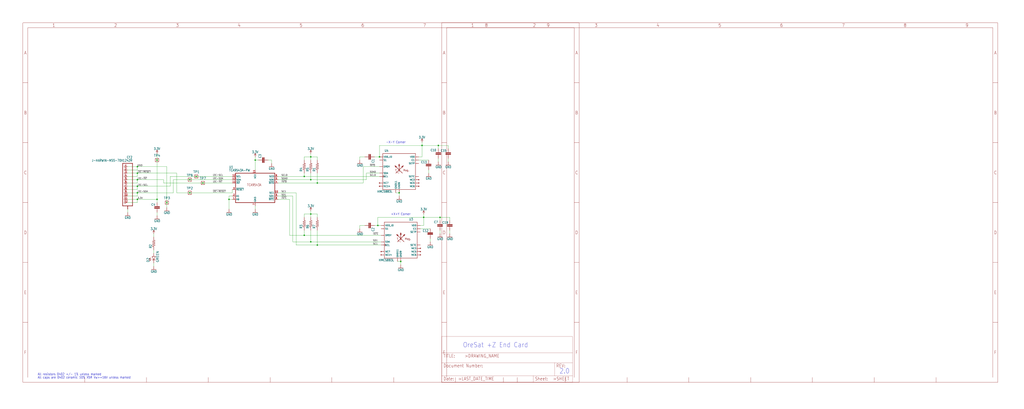
<source format=kicad_sch>
(kicad_sch (version 20211123) (generator eeschema)
  (paper "User" 795.02 317.906)
  (lib_symbols
    (symbol "minusz-end-cap-eagle-import:3.3V" (power)
      (property "Value" "3.3V" (at 0 2.794 0))
      (symbol "3.3V_1_0"
        (polyline (pts (xy 0 2.54) (xy -0.762 1.27)) (stroke (width 0.254)))
        (polyline (pts (xy 0.762 1.27) (xy 0 2.54)) (stroke (width 0.254)))
        (pin power_in line (at 0 0 90) (length 2.54) (name "3.3V") (number "1"))
      )
    )
    (symbol "minusz-end-cap-eagle-import:C-EU0402-B-NOSILK"
      (property "Reference" "C" (at 1.524 0.381 0))
      (property "Value" "C-EU0402-B-NOSILK" (at 1.524 -4.699 0))
      (symbol "C-EU0402-B-NOSILK_1_0"
        (rectangle (start -2.032 -2.032) (end 2.032 -1.524) (fill (type outline)))
        (rectangle (start -2.032 -1.016) (end 2.032 -0.508) (fill (type outline)))
        (polyline (pts (xy 0 -2.54) (xy 0 -2.032)) (stroke (width 0.1524)))
        (polyline (pts (xy 0 0) (xy 0 -0.508)) (stroke (width 0.1524)))
        (pin passive line (at 0 2.54 270) (length 2.54) (name "1") (number "1"))
        (pin passive line (at 0 -5.08 90) (length 2.54) (name "2") (number "2"))
      )
    )
    (symbol "minusz-end-cap-eagle-import:C-EU0603-B-NOSILK"
      (property "Reference" "C" (at 1.524 0.381 0))
      (property "Value" "C-EU0603-B-NOSILK" (at 1.524 -4.699 0))
      (symbol "C-EU0603-B-NOSILK_1_0"
        (rectangle (start -2.032 -2.032) (end 2.032 -1.524) (fill (type outline)))
        (rectangle (start -2.032 -1.016) (end 2.032 -0.508) (fill (type outline)))
        (polyline (pts (xy 0 -2.54) (xy 0 -2.032)) (stroke (width 0.1524)))
        (polyline (pts (xy 0 0) (xy 0 -0.508)) (stroke (width 0.1524)))
        (pin passive line (at 0 2.54 270) (length 2.54) (name "1") (number "1"))
        (pin passive line (at 0 -5.08 90) (length 2.54) (name "2") (number "2"))
      )
    )
    (symbol "minusz-end-cap-eagle-import:FRAME_B_L"
      (symbol "FRAME_B_L_0_0"
        (polyline (pts (xy 0 46.5667) (xy 3.81 46.5667)))
        (polyline (pts (xy 0 93.1333) (xy 3.81 93.1333)))
        (polyline (pts (xy 0 139.7) (xy 3.81 139.7)))
        (polyline (pts (xy 0 186.2667) (xy 3.81 186.2667)))
        (polyline (pts (xy 0 232.8333) (xy 3.81 232.8333)))
        (polyline (pts (xy 3.81 3.81) (xy 3.81 275.59)))
        (polyline (pts (xy 47.9778 0) (xy 47.9778 3.81)))
        (polyline (pts (xy 95.9556 0) (xy 95.9556 3.81)))
        (polyline (pts (xy 143.9333 0) (xy 143.9333 3.81)))
        (polyline (pts (xy 191.9111 0) (xy 191.9111 3.81)))
        (polyline (pts (xy 239.8889 0) (xy 239.8889 3.81)))
        (polyline (pts (xy 287.8667 0) (xy 287.8667 3.81)))
        (polyline (pts (xy 335.8444 0) (xy 335.8444 3.81)))
        (polyline (pts (xy 383.8222 0) (xy 383.8222 3.81)))
        (polyline (pts (xy 427.99 3.81) (xy 427.99 275.59)))
        (polyline (pts (xy 427.99 46.5667) (xy 431.8 46.5667)))
        (polyline (pts (xy 427.99 93.1333) (xy 431.8 93.1333)))
        (polyline (pts (xy 427.99 139.7) (xy 431.8 139.7)))
        (polyline (pts (xy 427.99 186.2667) (xy 431.8 186.2667)))
        (polyline (pts (xy 427.99 232.8333) (xy 431.8 232.8333)))
        (polyline (pts (xy 427.99 275.59) (xy 3.81 275.59)))
        (polyline (pts (xy 0 0) (xy 431.8 0) (xy 431.8 279.4) (xy 0 279.4) (xy 0 0)))
        (text "1" (at 23.9889 277.495 0) (effects (font (size 2.54 2.286))))
        (text "2" (at 71.9667 277.495 0) (effects (font (size 2.54 2.286))))
        (text "3" (at 119.9444 277.495 0) (effects (font (size 2.54 2.286))))
        (text "4" (at 167.9222 277.495 0) (effects (font (size 2.54 2.286))))
        (text "5" (at 215.9 277.495 0) (effects (font (size 2.54 2.286))))
        (text "6" (at 263.8778 277.495 0) (effects (font (size 2.54 2.286))))
        (text "7" (at 311.8556 277.495 0) (effects (font (size 2.54 2.286))))
        (text "8" (at 359.8333 277.495 0) (effects (font (size 2.54 2.286))))
        (text "9" (at 407.8111 277.495 0) (effects (font (size 2.54 2.286))))
        (text "A" (at 1.905 256.1167 0) (effects (font (size 2.54 2.286))))
        (text "A" (at 429.895 256.1167 0) (effects (font (size 2.54 2.286))))
        (text "B" (at 1.905 209.55 0) (effects (font (size 2.54 2.286))))
        (text "B" (at 429.895 209.55 0) (effects (font (size 2.54 2.286))))
        (text "C" (at 1.905 162.9833 0) (effects (font (size 2.54 2.286))))
        (text "C" (at 429.895 162.9833 0) (effects (font (size 2.54 2.286))))
        (text "D" (at 1.905 116.4167 0) (effects (font (size 2.54 2.286))))
        (text "D" (at 429.895 116.4167 0) (effects (font (size 2.54 2.286))))
        (text "E" (at 1.905 69.85 0) (effects (font (size 2.54 2.286))))
        (text "E" (at 429.895 69.85 0) (effects (font (size 2.54 2.286))))
        (text "F" (at 1.905 23.2833 0) (effects (font (size 2.54 2.286))))
        (text "F" (at 429.895 23.2833 0) (effects (font (size 2.54 2.286))))
      )
      (symbol "FRAME_B_L_2_0"
        (polyline (pts (xy 0 0) (xy 0 5.08)) (stroke (width 0.1016)))
        (polyline (pts (xy 0 0) (xy 71.12 0)) (stroke (width 0.1016)))
        (polyline (pts (xy 0 5.08) (xy 0 15.24)) (stroke (width 0.1016)))
        (polyline (pts (xy 0 5.08) (xy 71.12 5.08)) (stroke (width 0.1016)))
        (polyline (pts (xy 0 15.24) (xy 0 22.86)) (stroke (width 0.1016)))
        (polyline (pts (xy 0 22.86) (xy 0 35.56)) (stroke (width 0.1016)))
        (polyline (pts (xy 0 22.86) (xy 101.6 22.86)) (stroke (width 0.1016)))
        (polyline (pts (xy 71.12 0) (xy 101.6 0)) (stroke (width 0.1016)))
        (polyline (pts (xy 71.12 5.08) (xy 71.12 0)) (stroke (width 0.1016)))
        (polyline (pts (xy 71.12 5.08) (xy 87.63 5.08)) (stroke (width 0.1016)))
        (polyline (pts (xy 87.63 5.08) (xy 101.6 5.08)) (stroke (width 0.1016)))
        (polyline (pts (xy 87.63 15.24) (xy 0 15.24)) (stroke (width 0.1016)))
        (polyline (pts (xy 87.63 15.24) (xy 87.63 5.08)) (stroke (width 0.1016)))
        (polyline (pts (xy 101.6 5.08) (xy 101.6 0)) (stroke (width 0.1016)))
        (polyline (pts (xy 101.6 15.24) (xy 87.63 15.24)) (stroke (width 0.1016)))
        (polyline (pts (xy 101.6 15.24) (xy 101.6 5.08)) (stroke (width 0.1016)))
        (polyline (pts (xy 101.6 22.86) (xy 101.6 15.24)) (stroke (width 0.1016)))
        (polyline (pts (xy 101.6 35.56) (xy 0 35.56)) (stroke (width 0.1016)))
        (polyline (pts (xy 101.6 35.56) (xy 101.6 22.86)) (stroke (width 0.1016)))
        (text ">DRAWING_NAME" (at 17.78 19.05 0) (effects (font (size 2.54 2.159)) (justify left bottom)))
        (text ">LAST_DATE_TIME" (at 12.7 1.27 0) (effects (font (size 2.54 2.159)) (justify left bottom)))
        (text ">SHEET" (at 86.36 1.27 0) (effects (font (size 2.54 2.159)) (justify left bottom)))
        (text "Date:" (at 1.27 1.27 0) (effects (font (size 2.54 2.159)) (justify left bottom)))
        (text "Document Number:" (at 1.27 11.43 0) (effects (font (size 2.54 2.159)) (justify left bottom)))
        (text "REV:" (at 88.9 11.43 0) (effects (font (size 2.54 2.159)) (justify left bottom)))
        (text "Sheet:" (at 72.39 1.27 0) (effects (font (size 2.54 2.159)) (justify left bottom)))
        (text "TITLE:" (at 1.27 19.05 0) (effects (font (size 2.54 2.159)) (justify left bottom)))
      )
    )
    (symbol "minusz-end-cap-eagle-import:GND" (power)
      (property "Value" "GND" (at -2.54 -2.54 0))
      (symbol "GND_1_0"
        (polyline (pts (xy -1.905 0) (xy 1.905 0)) (stroke (width 0.254)))
        (pin power_in line (at 0 2.54 270) (length 2.54) (name "GND") (number "1"))
      )
    )
    (symbol "minusz-end-cap-eagle-import:HMC5883L-LGA-16"
      (property "Reference" "U" (at -6.35 19.05 0))
      (property "Value" "HMC5883L-LGA-16" (at 5.08 -12.7 0))
      (symbol "HMC5883L-LGA-16_1_0"
        (polyline (pts (xy -12.7 -10.16) (xy 12.7 -10.16)) (stroke (width 0.254)))
        (polyline (pts (xy -12.7 17.78) (xy -12.7 -10.16)) (stroke (width 0.254)))
        (polyline (pts (xy -3.175 8.255) (xy -2.54 6.985)) (stroke (width 0.3048)))
        (polyline (pts (xy -3.175 8.255) (xy 2.54 2.54)) (stroke (width 0.3048)))
        (polyline (pts (xy -2.54 2.54) (xy 3.175 8.255)) (stroke (width 0.3048)))
        (polyline (pts (xy -1.905 7.62) (xy -3.175 8.255)) (stroke (width 0.3048)))
        (polyline (pts (xy 0 3.81) (xy 0 9.525)) (stroke (width 0.3048)))
        (polyline (pts (xy 0 9.525) (xy -0.508 8.128)) (stroke (width 0.3048)))
        (polyline (pts (xy 0 9.525) (xy 0.508 8.128)) (stroke (width 0.3048)))
        (polyline (pts (xy 2.54 5.08) (xy 2.0828 5.7658)) (stroke (width 0.1524)))
        (polyline (pts (xy 2.54 5.08) (xy 2.8194 5.8674)) (stroke (width 0.1524)))
        (polyline (pts (xy 3.175 8.255) (xy 1.905 7.62)) (stroke (width 0.3048)))
        (polyline (pts (xy 3.175 8.255) (xy 2.54 6.985)) (stroke (width 0.3048)))
        (polyline (pts (xy 12.7 -10.16) (xy 12.7 17.78)) (stroke (width 0.254)))
        (polyline (pts (xy 12.7 17.78) (xy -12.7 17.78)) (stroke (width 0.254)))
        (arc (start 0 2.54) (mid 1.7961 3.2839) (end 2.54 5.08) (stroke (width 0.1524)))
        (text "Mag." (at -3.175 5.715 0) (effects (font (size 1.524 1.2954)) (justify right top)))
        (pin input clock (at 15.24 0 180) (length 2.54) (name "SCL") (number "1"))
        (pin passive line (at -15.24 12.7 0) (length 2.54) (name "C1") (number "10"))
        (pin power_in line (at 2.54 -12.7 90) (length 2.54) (name "GND11") (number "11"))
        (pin output line (at -15.24 0 0) (length 2.54) (name "SETC") (number "12"))
        (pin power_in line (at 15.24 15.24 180) (length 2.54) (name "VDD_IO") (number "13"))
        (pin no_connect line (at 15.24 -7.62 180) (length 2.54) (name "NC14") (number "14"))
        (pin output line (at 15.24 7.62 180) (length 2.54) (name "DRDY") (number "15"))
        (pin bidirectional line (at 15.24 2.54 180) (length 2.54) (name "SDA") (number "16"))
        (pin power_in line (at -15.24 15.24 0) (length 2.54) (name "VDD") (number "2"))
        (pin no_connect line (at -15.24 -2.54 0) (length 2.54) (name "NC3") (number "3"))
        (pin input line (at 15.24 12.7 180) (length 2.54) (name "S1") (number "4"))
        (pin no_connect line (at -15.24 -5.08 0) (length 2.54) (name "NC5") (number "5"))
        (pin no_connect line (at -15.24 -7.62 0) (length 2.54) (name "NC6") (number "6"))
        (pin no_connect line (at 15.24 -5.08 180) (length 2.54) (name "NC7") (number "7"))
        (pin passive line (at -15.24 10.16 0) (length 2.54) (name "SETP") (number "8"))
        (pin power_in line (at 0 -12.7 90) (length 2.54) (name "GND9") (number "9"))
      )
    )
    (symbol "minusz-end-cap-eagle-import:J-HARWIN-M55-70X1242R"
      (property "Reference" "CF" (at -6.35 19.05 0))
      (property "Value" "J-HARWIN-M55-70X1242R" (at -6.35 16.51 0))
      (symbol "J-HARWIN-M55-70X1242R_1_0"
        (polyline (pts (xy -6.35 -17.78) (xy 1.27 -17.78)) (stroke (width 0.4064)))
        (polyline (pts (xy -6.35 15.24) (xy -6.35 -17.78)) (stroke (width 0.4064)))
        (polyline (pts (xy 1.27 -17.78) (xy 1.27 15.24)) (stroke (width 0.4064)))
        (polyline (pts (xy 1.27 15.24) (xy -6.35 15.24)) (stroke (width 0.4064)))
        (pin passive inverted (at -2.54 12.7 0) (length 2.54) (name "1") (number "1"))
        (pin passive inverted (at -2.54 -10.16 0) (length 2.54) (name "10") (number "10"))
        (pin passive inverted (at -2.54 -12.7 0) (length 2.54) (name "11") (number "11"))
        (pin passive inverted (at -2.54 -15.24 0) (length 2.54) (name "12") (number "12"))
        (pin passive inverted (at -2.54 10.16 0) (length 2.54) (name "2") (number "2"))
        (pin passive inverted (at -2.54 7.62 0) (length 2.54) (name "3") (number "3"))
        (pin passive inverted (at -2.54 5.08 0) (length 2.54) (name "4") (number "4"))
        (pin passive inverted (at -2.54 2.54 0) (length 2.54) (name "5") (number "5"))
        (pin passive inverted (at -2.54 0 0) (length 2.54) (name "6") (number "6"))
        (pin passive inverted (at -2.54 -2.54 0) (length 2.54) (name "7") (number "7"))
        (pin passive inverted (at -2.54 -5.08 0) (length 2.54) (name "8") (number "8"))
        (pin passive inverted (at -2.54 -7.62 0) (length 2.54) (name "9") (number "9"))
        (pin passive line (at -2.54 -20.32 90) (length 2.54) (name "SHIELDS") (number "P$1"))
        (pin passive line (at -2.54 -20.32 90) (length 2.54) (name "SHIELDS") (number "P$2"))
        (pin passive line (at -2.54 -20.32 90) (length 2.54) (name "SHIELDS") (number "P$3"))
        (pin passive line (at -2.54 -20.32 90) (length 2.54) (name "SHIELDS") (number "P$4"))
      )
    )
    (symbol "minusz-end-cap-eagle-import:LED-GREEN0603"
      (property "Reference" "D" (at -3.429 -4.572 90))
      (property "Value" "LED-GREEN0603" (at 1.905 -4.572 90))
      (symbol "LED-GREEN0603_1_0"
        (polyline (pts (xy -2.032 -0.762) (xy -3.429 -2.159)) (stroke (width 0.1524)))
        (polyline (pts (xy -1.905 -1.905) (xy -3.302 -3.302)) (stroke (width 0.1524)))
        (polyline (pts (xy 0 -2.54) (xy -1.27 -2.54)) (stroke (width 0.254)))
        (polyline (pts (xy 0 -2.54) (xy -1.27 0)) (stroke (width 0.254)))
        (polyline (pts (xy 1.27 -2.54) (xy 0 -2.54)) (stroke (width 0.254)))
        (polyline (pts (xy 1.27 0) (xy -1.27 0)) (stroke (width 0.254)))
        (polyline (pts (xy 1.27 0) (xy 0 -2.54)) (stroke (width 0.254)))
        (polyline (pts (xy -3.429 -2.159) (xy -3.048 -1.27) (xy -2.54 -1.778)) (fill (type outline)))
        (polyline (pts (xy -3.302 -3.302) (xy -2.921 -2.413) (xy -2.413 -2.921)) (fill (type outline)))
        (pin passive line (at 0 2.54 270) (length 2.54) (name "A") (number "A"))
        (pin passive line (at 0 -5.08 90) (length 2.54) (name "C") (number "C"))
      )
    )
    (symbol "minusz-end-cap-eagle-import:R-US_0402-B-NOSILK"
      (property "Reference" "R" (at -3.81 1.4986 0))
      (property "Value" "R-US_0402-B-NOSILK" (at -3.81 -3.302 0))
      (symbol "R-US_0402-B-NOSILK_1_0"
        (polyline (pts (xy -2.54 0) (xy -2.159 1.016)) (stroke (width 0.2032)))
        (polyline (pts (xy -2.159 1.016) (xy -1.524 -1.016)) (stroke (width 0.2032)))
        (polyline (pts (xy -1.524 -1.016) (xy -0.889 1.016)) (stroke (width 0.2032)))
        (polyline (pts (xy -0.889 1.016) (xy -0.254 -1.016)) (stroke (width 0.2032)))
        (polyline (pts (xy -0.254 -1.016) (xy 0.381 1.016)) (stroke (width 0.2032)))
        (polyline (pts (xy 0.381 1.016) (xy 1.016 -1.016)) (stroke (width 0.2032)))
        (polyline (pts (xy 1.016 -1.016) (xy 1.651 1.016)) (stroke (width 0.2032)))
        (polyline (pts (xy 1.651 1.016) (xy 2.286 -1.016)) (stroke (width 0.2032)))
        (polyline (pts (xy 2.286 -1.016) (xy 2.54 0)) (stroke (width 0.2032)))
        (pin passive line (at -5.08 0 0) (length 2.54) (name "1") (number "1"))
        (pin passive line (at 5.08 0 180) (length 2.54) (name "2") (number "2"))
      )
    )
    (symbol "minusz-end-cap-eagle-import:TCA9543A-PW"
      (property "Reference" "U" (at 7.62 -15.24 0))
      (property "Value" "TCA9543A-PW" (at 7.62 -17.78 0))
      (symbol "TCA9543A-PW_1_0"
        (polyline (pts (xy -15.24 -12.7) (xy -15.24 10.16)) (stroke (width 0.4064)))
        (polyline (pts (xy -15.24 10.16) (xy 15.24 10.16)) (stroke (width 0.4064)))
        (polyline (pts (xy 15.24 -12.7) (xy -15.24 -12.7)) (stroke (width 0.4064)))
        (polyline (pts (xy 15.24 10.16) (xy 15.24 -12.7)) (stroke (width 0.4064)))
        (text "TCA9543A" (at -6.35 0 0) (effects (font (size 1.778 1.5113)) (justify left bottom)))
        (pin input line (at -17.78 -10.16 0) (length 2.54) (name "A0") (number "1"))
        (pin output line (at 17.78 -5.08 180) (length 2.54) (name "SC1") (number "10"))
        (pin open_collector line (at -17.78 2.54 0) (length 2.54) (name "~{INT}") (number "11"))
        (pin input line (at -17.78 7.62 0) (length 2.54) (name "SCL") (number "12"))
        (pin bidirectional line (at -17.78 5.08 0) (length 2.54) (name "SDA") (number "13"))
        (pin power_in line (at 0 12.7 270) (length 2.54) (name "VCC") (number "14"))
        (pin input line (at -17.78 -7.62 0) (length 2.54) (name "A1") (number "2"))
        (pin input line (at -17.78 -2.54 0) (length 2.54) (name "~{RESET}") (number "3"))
        (pin input line (at 17.78 2.54 180) (length 2.54) (name "~{INT0}") (number "4"))
        (pin bidirectional line (at 17.78 5.08 180) (length 2.54) (name "SD0") (number "5"))
        (pin output line (at 17.78 7.62 180) (length 2.54) (name "SC0") (number "6"))
        (pin power_in line (at 0 -15.24 90) (length 2.54) (name "GND") (number "7"))
        (pin input line (at 17.78 -10.16 180) (length 2.54) (name "~{INT1}") (number "8"))
        (pin bidirectional line (at 17.78 -7.62 180) (length 2.54) (name "SD1") (number "9"))
      )
    )
    (symbol "minusz-end-cap-eagle-import:TEST-POINT"
      (property "Reference" "TP" (at -5.08 2.54 0))
      (symbol "TEST-POINT_1_0"
        (polyline (pts (xy -1.27 -1.27) (xy -1.27 1.27)) (stroke (width 0.254)))
        (polyline (pts (xy -1.27 1.27) (xy 1.27 1.27)) (stroke (width 0.254)))
        (polyline (pts (xy 1.27 -1.27) (xy -1.27 -1.27)) (stroke (width 0.254)))
        (polyline (pts (xy 1.27 1.27) (xy 1.27 -1.27)) (stroke (width 0.254)))
        (pin passive line (at 0 0 0) (length 0) (name "1") (number "1"))
      )
    )
  )
  (junction (at 309.88 149.86))
  (junction (at 157.48 142.24))
  (junction (at 246.38 190.5))
  (junction (at 236.22 182.88))
  (junction (at 106.68 129.54))
  (junction (at 293.37 175.26))
  (junction (at 246.38 142.24))
  (junction (at 328.93 168.91))
  (junction (at 294.64 121.92))
  (junction (at 236.22 137.16))
  (junction (at 106.68 134.62))
  (junction (at 241.3 139.7))
  (junction (at 241.3 187.96))
  (junction (at 121.92 124.46))
  (junction (at 340.36 113.03))
  (junction (at 152.4 137.16))
  (junction (at 106.68 144.78))
  (junction (at 147.32 149.86))
  (junction (at 177.8 154.94))
  (junction (at 121.92 154.94))
  (junction (at 198.12 124.46))
  (junction (at 341.63 168.91))
  (junction (at 106.68 154.94))
  (junction (at 311.15 203.2))
  (junction (at 327.66 113.03))
  (junction (at 147.32 139.7))
  (junction (at 129.54 157.48))
  (junction (at 241.3 166.37))
  (junction (at 106.68 149.86))
  (junction (at 241.3 121.92))
  (junction (at 106.68 139.7))
  (wire (pts (xy 294.64 134.62) (xy 284.48 134.62)))
  (wire (pts (xy 119.38 181.61) (xy 119.38 184.15)))
  (wire (pts (xy 332.74 124.46) (xy 325.12 124.46)))
  (wire (pts (xy 295.91 175.26) (xy 293.37 175.26)))
  (wire (pts (xy 106.68 129.54) (xy 129.54 129.54)))
  (wire (pts (xy 147.32 139.7) (xy 134.62 139.7)))
  (wire (pts (xy 295.91 182.88) (xy 236.22 182.88)))
  (wire (pts (xy 327.66 113.03) (xy 327.66 110.49)))
  (wire (pts (xy 246.38 142.24) (xy 281.94 142.24)))
  (wire (pts (xy 106.68 134.62) (xy 137.16 134.62)))
  (wire (pts (xy 127 139.7) (xy 127 142.24)))
  (wire (pts (xy 106.68 144.78) (xy 106.68 147.32)))
  (wire (pts (xy 294.64 113.03) (xy 327.66 113.03)))
  (wire (pts (xy 132.08 144.78) (xy 106.68 144.78)))
  (wire (pts (xy 227.33 187.96) (xy 227.33 152.4)))
  (wire (pts (xy 180.34 139.7) (xy 147.32 139.7)))
  (wire (pts (xy 311.15 205.74) (xy 311.15 203.2)))
  (wire (pts (xy 349.25 179.07) (xy 349.25 181.61)))
  (wire (pts (xy 134.62 149.86) (xy 106.68 149.86)))
  (wire (pts (xy 349.25 168.91) (xy 349.25 171.45)))
  (wire (pts (xy 121.92 154.94) (xy 121.92 124.46)))
  (wire (pts (xy 236.22 182.88) (xy 224.79 182.88)))
  (wire (pts (xy 106.68 152.4) (xy 99.06 152.4)))
  (wire (pts (xy 241.3 166.37) (xy 246.38 166.37)))
  (wire (pts (xy 281.94 129.54) (xy 281.94 142.24)))
  (wire (pts (xy 180.34 149.86) (xy 147.32 149.86)))
  (wire (pts (xy 328.93 168.91) (xy 328.93 175.26)))
  (wire (pts (xy 99.06 149.86) (xy 106.68 149.86)))
  (wire (pts (xy 295.91 190.5) (xy 246.38 190.5)))
  (wire (pts (xy 198.12 124.46) (xy 198.12 132.08)))
  (wire (pts (xy 227.33 152.4) (xy 215.9 152.4)))
  (wire (pts (xy 224.79 154.94) (xy 215.9 154.94)))
  (wire (pts (xy 134.62 139.7) (xy 134.62 149.86)))
  (wire (pts (xy 210.82 124.46) (xy 210.82 127)))
  (wire (pts (xy 106.68 154.94) (xy 121.92 154.94)))
  (wire (pts (xy 106.68 149.86) (xy 106.68 152.4)))
  (wire (pts (xy 132.08 137.16) (xy 132.08 144.78)))
  (wire (pts (xy 129.54 157.48) (xy 129.54 161.29)))
  (wire (pts (xy 200.66 124.46) (xy 198.12 124.46)))
  (wire (pts (xy 177.8 152.4) (xy 180.34 152.4)))
  (wire (pts (xy 341.63 168.91) (xy 341.63 171.45)))
  (wire (pts (xy 198.12 121.92) (xy 198.12 124.46)))
  (wire (pts (xy 327.66 113.03) (xy 340.36 113.03)))
  (wire (pts (xy 229.87 190.5) (xy 229.87 149.86)))
  (wire (pts (xy 121.92 124.46) (xy 121.92 119.38)))
  (wire (pts (xy 311.15 203.2) (xy 308.61 203.2)))
  (wire (pts (xy 340.36 123.19) (xy 340.36 125.73)))
  (wire (pts (xy 106.68 129.54) (xy 106.68 132.08)))
  (wire (pts (xy 341.63 181.61) (xy 341.63 179.07)))
  (wire (pts (xy 106.68 134.62) (xy 106.68 137.16)))
  (wire (pts (xy 328.93 166.37) (xy 328.93 168.91)))
  (wire (pts (xy 99.06 144.78) (xy 106.68 144.78)))
  (wire (pts (xy 241.3 121.92) (xy 241.3 124.46)))
  (wire (pts (xy 180.34 154.94) (xy 177.8 154.94)))
  (wire (pts (xy 152.4 137.16) (xy 132.08 137.16)))
  (wire (pts (xy 177.8 154.94) (xy 177.8 152.4)))
  (wire (pts (xy 246.38 190.5) (xy 229.87 190.5)))
  (wire (pts (xy 177.8 162.56) (xy 177.8 154.94)))
  (wire (pts (xy 106.68 142.24) (xy 99.06 142.24)))
  (wire (pts (xy 180.34 142.24) (xy 157.48 142.24)))
  (wire (pts (xy 246.38 134.62) (xy 246.38 142.24)))
  (wire (pts (xy 309.88 149.86) (xy 307.34 149.86)))
  (wire (pts (xy 325.12 121.92) (xy 327.66 121.92)))
  (wire (pts (xy 106.68 137.16) (xy 99.06 137.16)))
  (wire (pts (xy 241.3 187.96) (xy 227.33 187.96)))
  (wire (pts (xy 236.22 166.37) (xy 241.3 166.37)))
  (wire (pts (xy 334.01 185.42) (xy 334.01 187.96)))
  (wire (pts (xy 327.66 121.92) (xy 327.66 113.03)))
  (wire (pts (xy 341.63 168.91) (xy 349.25 168.91)))
  (wire (pts (xy 99.06 154.94) (xy 106.68 154.94)))
  (wire (pts (xy 290.83 121.92) (xy 294.64 121.92)))
  (wire (pts (xy 215.9 142.24) (xy 246.38 142.24)))
  (wire (pts (xy 137.16 134.62) (xy 137.16 149.86)))
  (wire (pts (xy 236.22 124.46) (xy 236.22 121.92)))
  (wire (pts (xy 347.98 125.73) (xy 347.98 123.19)))
  (wire (pts (xy 246.38 179.07) (xy 246.38 190.5)))
  (wire (pts (xy 241.3 166.37) (xy 241.3 163.83)))
  (wire (pts (xy 208.28 124.46) (xy 210.82 124.46)))
  (wire (pts (xy 180.34 137.16) (xy 152.4 137.16)))
  (wire (pts (xy 241.3 166.37) (xy 241.3 168.91)))
  (wire (pts (xy 106.68 132.08) (xy 99.06 132.08)))
  (wire (pts (xy 129.54 129.54) (xy 129.54 157.48)))
  (wire (pts (xy 293.37 168.91) (xy 328.93 168.91)))
  (wire (pts (xy 119.38 204.47) (xy 119.38 207.01)))
  (wire (pts (xy 332.74 132.08) (xy 332.74 134.62)))
  (wire (pts (xy 180.34 147.32) (xy 180.34 149.86)))
  (wire (pts (xy 215.9 139.7) (xy 241.3 139.7)))
  (wire (pts (xy 279.4 121.92) (xy 283.21 121.92)))
  (wire (pts (xy 246.38 166.37) (xy 246.38 168.91)))
  (wire (pts (xy 328.93 175.26) (xy 326.39 175.26)))
  (wire (pts (xy 347.98 113.03) (xy 347.98 115.57)))
  (wire (pts (xy 106.68 139.7) (xy 106.68 142.24)))
  (wire (pts (xy 198.12 162.56) (xy 198.12 160.02)))
  (wire (pts (xy 241.3 179.07) (xy 241.3 187.96)))
  (wire (pts (xy 241.3 134.62) (xy 241.3 139.7)))
  (wire (pts (xy 121.92 165.1) (xy 121.92 167.64)))
  (wire (pts (xy 241.3 139.7) (xy 284.48 139.7)))
  (wire (pts (xy 236.22 137.16) (xy 294.64 137.16)))
  (wire (pts (xy 121.92 157.48) (xy 121.92 154.94)))
  (wire (pts (xy 236.22 121.92) (xy 241.3 121.92)))
  (wire (pts (xy 279.4 175.26) (xy 279.4 177.8)))
  (wire (pts (xy 137.16 149.86) (xy 147.32 149.86)))
  (wire (pts (xy 236.22 179.07) (xy 236.22 182.88)))
  (wire (pts (xy 284.48 139.7) (xy 284.48 134.62)))
  (wire (pts (xy 295.91 187.96) (xy 241.3 187.96)))
  (wire (pts (xy 293.37 175.26) (xy 293.37 168.91)))
  (wire (pts (xy 106.68 154.94) (xy 106.68 157.48)))
  (wire (pts (xy 241.3 121.92) (xy 241.3 119.38)))
  (wire (pts (xy 119.38 194.31) (xy 119.38 196.85)))
  (wire (pts (xy 106.68 139.7) (xy 127 139.7)))
  (wire (pts (xy 293.37 175.26) (xy 290.83 175.26)))
  (wire (pts (xy 236.22 168.91) (xy 236.22 166.37)))
  (wire (pts (xy 246.38 121.92) (xy 246.38 124.46)))
  (wire (pts (xy 127 142.24) (xy 157.48 142.24)))
  (wire (pts (xy 229.87 149.86) (xy 215.9 149.86)))
  (wire (pts (xy 99.06 134.62) (xy 106.68 134.62)))
  (wire (pts (xy 334.01 177.8) (xy 326.39 177.8)))
  (wire (pts (xy 99.06 165.1) (xy 99.06 162.56)))
  (wire (pts (xy 236.22 137.16) (xy 215.9 137.16)))
  (wire (pts (xy 340.36 113.03) (xy 340.36 115.57)))
  (wire (pts (xy 283.21 175.26) (xy 279.4 175.26)))
  (wire (pts (xy 279.4 121.92) (xy 279.4 124.46)))
  (wire (pts (xy 99.06 139.7) (xy 106.68 139.7)))
  (wire (pts (xy 236.22 134.62) (xy 236.22 137.16)))
  (wire (pts (xy 106.68 147.32) (xy 99.06 147.32)))
  (wire (pts (xy 99.06 129.54) (xy 106.68 129.54)))
  (wire (pts (xy 224.79 182.88) (xy 224.79 154.94)))
  (wire (pts (xy 241.3 121.92) (xy 246.38 121.92)))
  (wire (pts (xy 328.93 168.91) (xy 341.63 168.91)))
  (wire (pts (xy 294.64 129.54) (xy 281.94 129.54)))
  (wire (pts (xy 340.36 113.03) (xy 347.98 113.03)))
  (wire (pts (xy 309.88 149.86) (xy 309.88 152.4)))
  (wire (pts (xy 294.64 113.03) (xy 294.64 121.92)))
  (wire (pts (xy 106.68 157.48) (xy 99.06 157.48)))
  (text "All resistors 0402 +/- 1% unless marked" (at 29.21 292.1 180) (effects (font (size 1.778 1.5113)) (justify left bottom)))
  (text "OreSat +Z End Card" (at 359.41 270.51 180) (effects (font (size 3.81 3.2385)) (justify left bottom)))
  (text "2.0" (at 434.34 290.83 180) (effects (font (size 3.81 3.2385)) (justify left bottom)))
  (text "All caps are 0402 ceramic 10% X5R Vw>=16V unless marked" (at 29.21 294.64 0) (effects (font (size 1.778 1.5113)) (justify left bottom)))
  (text "+X+Y Corner" (at 318.77 167.64 180) (effects (font (size 1.778 1.5113)) (justify right bottom)))
  (text "-X-Y Corner" (at 314.96 111.76 180) (effects (font (size 1.778 1.5113)) (justify right bottom)))
  (label "I2C-~{INT}" (at 165.1 142.24 0) (effects (font (size 1.2446 1.2446))))
  (label "~{INT0}" (at 218.44 142.24 0) (effects (font (size 1.2446 1.2446))))
  (label "~{INT0}" (at 287.02 129.54 0) (effects (font (size 1.2446 1.2446))))
  (label "I2C-SCL" (at 106.68 144.78 0) (effects (font (size 1.2446 1.2446))))
  (label "SDA0" (at 287.02 134.62 0) (effects (font (size 1.2446 1.2446))))
  (label "GND" (at 106.68 129.54 0) (effects (font (size 1.2446 1.2446))))
  (label "SD1" (at 218.44 152.4 0) (effects (font (size 1.2446 1.2446))))
  (label "I2C-~{INT}" (at 106.68 139.7 0) (effects (font (size 1.2446 1.2446))))
  (label "~{INT1}" (at 289.56 182.88 0) (effects (font (size 1.2446 1.2446))))
  (label "SCL0" (at 218.44 137.16 0) (effects (font (size 1.2446 1.2446))))
  (label "SD1" (at 289.56 187.96 0) (effects (font (size 1.2446 1.2446))))
  (label "I2C-SDA" (at 165.1 139.7 0) (effects (font (size 1.2446 1.2446))))
  (label "3.3V" (at 106.68 154.94 0) (effects (font (size 1.2446 1.2446))))
  (label "SDA0" (at 218.44 139.7 0) (effects (font (size 1.2446 1.2446))))
  (label "SCL0" (at 287.02 137.16 0) (effects (font (size 1.2446 1.2446))))
  (label "SC1" (at 289.56 190.5 0) (effects (font (size 1.2446 1.2446))))
  (label "~{I2C-RESET}" (at 106.68 134.62 0) (effects (font (size 1.2446 1.2446))))
  (label "~{I2C-RESET}" (at 165.1 149.86 0) (effects (font (size 1.2446 1.2446))))
  (label "I2C-SDA" (at 106.68 149.86 0) (effects (font (size 1.2446 1.2446))))
  (label "~{INT1}" (at 218.44 154.94 0) (effects (font (size 1.2446 1.2446))))
  (label "I2C-SCL" (at 165.1 137.16 0) (effects (font (size 1.2446 1.2446))))
  (label "SC1" (at 218.44 149.86 0) (effects (font (size 1.2446 1.2446))))
  (symbol (lib_id "minusz-end-cap-eagle-import:C-EU0402-B-NOSILK") (at 340.36 118.11 0) (mirror y) (unit 1)
    (property "Reference" "C10" (at 338.836 117.729 0) (effects (font (size 1.778 1.5113)) (justify left bottom)))
    (property "Value" "100n" (at 338.836 122.809 0) (effects (font (size 1.778 1.5113)) (justify left bottom)))
    (property "Footprint" "minusz-end-cap:.0402-B-NOSILK" (effects hide))
    (property "Value" "100n" (effects hide))
    (property "Value" "100n" (effects hide))
    (property "Value" "100n" (effects hide))
    (property "Value" "100n" (effects hide))
  )
  (symbol (lib_id "minusz-end-cap-eagle-import:GND") (at 340.36 128.27 0) (mirror y) (unit 1)
    (property "Reference" "#GND20" (effects hide))
    (property "Value" "GND" (at 342.9 130.81 0) (effects (font (size 1.778 1.5113)) (justify left bottom)))
    (property "Footprint" "minusz-end-cap:" (effects hide))
  )
  (symbol (lib_id "minusz-end-cap-eagle-import:GND") (at 309.88 154.94 0) (mirror y) (unit 1)
    (property "Reference" "#GND1" (effects hide))
    (property "Value" "GND" (at 312.42 157.48 0) (effects (font (size 1.778 1.5113)) (justify left bottom)))
    (property "Footprint" "minusz-end-cap:" (effects hide))
  )
  (symbol (lib_id "minusz-end-cap-eagle-import:R-US_0402-B-NOSILK") (at 236.22 173.99 90) (unit 1)
    (property "Reference" "R3" (at 234.7214 177.8 0) (effects (font (size 1.778 1.5113)) (justify left bottom)))
    (property "Value" "4.7k" (at 234.95 172.72 0) (effects (font (size 1.778 1.5113)) (justify left bottom)))
    (property "Footprint" "minusz-end-cap:.0402-B-NOSILK" (effects hide))
    (property "Value" "4.7k" (effects hide))
    (property "Value" "4.7k" (effects hide))
    (property "Value" "4.7k" (effects hide))
    (property "Value" "4.7k" (effects hide))
  )
  (symbol (lib_id "minusz-end-cap-eagle-import:GND") (at 177.8 165.1 0) (mirror y) (unit 1)
    (property "Reference" "#GND4" (effects hide))
    (property "Value" "GND" (at 180.34 167.64 0) (effects (font (size 1.778 1.5113)) (justify left bottom)))
    (property "Footprint" "minusz-end-cap:" (effects hide))
  )
  (symbol (lib_id "minusz-end-cap-eagle-import:C-EU0603-B-NOSILK") (at 349.25 173.99 0) (mirror y) (unit 1)
    (property "Reference" "C19" (at 347.98 173.99 0) (effects (font (size 1.778 1.5113)) (justify left bottom)))
    (property "Value" "4.7u" (at 347.98 179.07 0) (effects (font (size 1.778 1.5113)) (justify left bottom)))
    (property "Footprint" "minusz-end-cap:.0603-B-NOSILK" (effects hide))
    (property "Value" "4.7u" (effects hide))
    (property "Value" "4.7u" (effects hide))
    (property "Value" "4.7u" (effects hide))
    (property "Value" "4.7u" (effects hide))
  )
  (symbol (lib_id "minusz-end-cap-eagle-import:C-EU0603-B-NOSILK") (at 347.98 118.11 0) (mirror y) (unit 1)
    (property "Reference" "C15" (at 346.71 118.11 0) (effects (font (size 1.778 1.5113)) (justify left bottom)))
    (property "Value" "4.7u" (at 346.71 123.19 0) (effects (font (size 1.778 1.5113)) (justify left bottom)))
    (property "Footprint" "minusz-end-cap:.0603-B-NOSILK" (effects hide))
    (property "Value" "4.7u" (effects hide))
    (property "Value" "4.7u" (effects hide))
    (property "Value" "4.7u" (effects hide))
    (property "Value" "4.7u" (effects hide))
  )
  (symbol (lib_id "minusz-end-cap-eagle-import:C-EU0402-B-NOSILK") (at 341.63 173.99 0) (mirror y) (unit 1)
    (property "Reference" "C7" (at 340.106 173.609 0) (effects (font (size 1.778 1.5113)) (justify left bottom)))
    (property "Value" "100n" (at 340.106 178.689 0) (effects (font (size 1.778 1.5113)) (justify left bottom)))
    (property "Footprint" "minusz-end-cap:.0402-B-NOSILK" (effects hide))
    (property "Value" "100n" (effects hide))
    (property "Value" "100n" (effects hide))
    (property "Value" "100n" (effects hide))
    (property "Value" "100n" (effects hide))
  )
  (symbol (lib_id "minusz-end-cap-eagle-import:R-US_0402-B-NOSILK") (at 241.3 129.54 90) (unit 1)
    (property "Reference" "R5" (at 239.8014 133.35 0) (effects (font (size 1.778 1.5113)) (justify left bottom)))
    (property "Value" "4.7k" (at 240.03 128.27 0) (effects (font (size 1.778 1.5113)) (justify left bottom)))
    (property "Footprint" "minusz-end-cap:.0402-B-NOSILK" (effects hide))
    (property "Value" "4.7k" (effects hide))
    (property "Value" "4.7k" (effects hide))
    (property "Value" "4.7k" (effects hide))
    (property "Value" "4.7k" (effects hide))
  )
  (symbol (lib_id "minusz-end-cap-eagle-import:GND") (at 349.25 184.15 0) (mirror y) (unit 1)
    (property "Reference" "#GND22" (effects hide))
    (property "Value" "GND" (at 351.79 186.69 0) (effects (font (size 1.778 1.5113)) (justify left bottom)))
    (property "Footprint" "minusz-end-cap:" (effects hide))
  )
  (symbol (lib_id "minusz-end-cap-eagle-import:TEST-POINT") (at 157.48 142.24 0) (mirror y) (unit 1)
    (property "Reference" "TP7" (at 154.94 139.7 0) (effects (font (size 1.778 1.778)) (justify right bottom)))
    (property "Value" "TEST-POINT" (effects hide))
    (property "Footprint" "minusz-end-cap:2MM-TEST-POINT" (effects hide))
  )
  (symbol (lib_id "minusz-end-cap-eagle-import:3.3V") (at 241.3 163.83 0) (mirror y) (unit 1)
    (property "Reference" "#SUPPLY4" (effects hide))
    (property "Value" "3.3V" (at 241.3 161.036 0) (effects (font (size 1.778 1.5113)) (justify bottom)))
    (property "Footprint" "minusz-end-cap:" (effects hide))
  )
  (symbol (lib_id "minusz-end-cap-eagle-import:HMC5883L-LGA-16") (at 311.15 190.5 0) (mirror y) (unit 1)
    (property "Reference" "U3" (at 317.5 171.45 0) (effects (font (size 1.778 1.5113)) (justify right bottom)))
    (property "Value" "HMC5883L" (at 306.07 203.2 0) (effects (font (size 1.778 1.5113)) (justify left bottom)))
    (property "Footprint" "minusz-end-cap:QLGA-16(3X3)" (effects hide))
  )
  (symbol (lib_id "minusz-end-cap-eagle-import:C-EU0402-B-NOSILK") (at 288.29 121.92 270) (unit 1)
    (property "Reference" "C1" (at 288.671 123.444 0) (effects (font (size 1.778 1.5113)) (justify left bottom)))
    (property "Value" "100n" (at 283.591 123.444 0) (effects (font (size 1.778 1.5113)) (justify left bottom)))
    (property "Footprint" "minusz-end-cap:.0402-B-NOSILK" (effects hide))
    (property "Value" "100n" (effects hide))
    (property "Value" "100n" (effects hide))
    (property "Value" "100n" (effects hide))
    (property "Value" "100n" (effects hide))
  )
  (symbol (lib_id "minusz-end-cap-eagle-import:R-US_0402-B-NOSILK") (at 236.22 129.54 90) (unit 1)
    (property "Reference" "R4" (at 234.7214 133.35 0) (effects (font (size 1.778 1.5113)) (justify left bottom)))
    (property "Value" "4.7k" (at 234.95 128.27 0) (effects (font (size 1.778 1.5113)) (justify left bottom)))
    (property "Footprint" "minusz-end-cap:.0402-B-NOSILK" (effects hide))
    (property "Value" "4.7k" (effects hide))
    (property "Value" "4.7k" (effects hide))
    (property "Value" "4.7k" (effects hide))
    (property "Value" "4.7k" (effects hide))
  )
  (symbol (lib_id "minusz-end-cap-eagle-import:LED-GREEN0603") (at 119.38 199.39 0) (unit 1)
    (property "Reference" "D2" (at 115.951 203.962 90) (effects (font (size 1.778 1.778)) (justify left bottom)))
    (property "Value" "GREEN" (at 121.285 203.962 90) (effects (font (size 1.778 1.778)) (justify left top)))
    (property "Footprint" "minusz-end-cap:LED-0603" (effects hide))
  )
  (symbol (lib_id "minusz-end-cap-eagle-import:GND") (at 279.4 180.34 0) (mirror y) (unit 1)
    (property "Reference" "#GND10" (effects hide))
    (property "Value" "GND" (at 281.94 182.88 0) (effects (font (size 1.778 1.5113)) (justify left bottom)))
    (property "Footprint" "minusz-end-cap:" (effects hide))
  )
  (symbol (lib_id "minusz-end-cap-eagle-import:R-US_0402-B-NOSILK") (at 119.38 189.23 90) (unit 1)
    (property "Reference" "R2" (at 117.8814 193.04 0) (effects (font (size 1.778 1.5113)) (justify left bottom)))
    (property "Value" "2.7k" (at 122.682 193.04 0) (effects (font (size 1.778 1.5113)) (justify left bottom)))
    (property "Footprint" "minusz-end-cap:.0402-B-NOSILK" (effects hide))
    (property "Value" "2.7k" (effects hide))
    (property "Value" "2.7k" (effects hide))
    (property "Value" "2.7k" (effects hide))
    (property "Value" "2.7k" (effects hide))
  )
  (symbol (lib_id "minusz-end-cap-eagle-import:GND") (at 119.38 209.55 0) (mirror y) (unit 1)
    (property "Reference" "#GND8" (effects hide))
    (property "Value" "GND" (at 121.92 212.09 0) (effects (font (size 1.778 1.5113)) (justify left bottom)))
    (property "Footprint" "minusz-end-cap:" (effects hide))
  )
  (symbol (lib_id "minusz-end-cap-eagle-import:GND") (at 311.15 208.28 0) (mirror y) (unit 1)
    (property "Reference" "#GND2" (effects hide))
    (property "Value" "GND" (at 313.69 210.82 0) (effects (font (size 1.778 1.5113)) (justify left bottom)))
    (property "Footprint" "minusz-end-cap:" (effects hide))
  )
  (symbol (lib_id "minusz-end-cap-eagle-import:C-EU0603-B-NOSILK") (at 332.74 127 0) (mirror y) (unit 1)
    (property "Reference" "C13" (at 331.47 127 0) (effects (font (size 1.778 1.5113)) (justify left bottom)))
    (property "Value" "10u" (at 331.47 132.08 0) (effects (font (size 1.778 1.5113)) (justify left bottom)))
    (property "Footprint" "minusz-end-cap:.0603-B-NOSILK" (effects hide))
    (property "Value" "10u" (effects hide))
    (property "Value" "10u" (effects hide))
    (property "Value" "10u" (effects hide))
    (property "Value" "10u" (effects hide))
  )
  (symbol (lib_id "minusz-end-cap-eagle-import:GND") (at 341.63 184.15 0) (mirror y) (unit 1)
    (property "Reference" "#GND14" (effects hide))
    (property "Value" "GND" (at 344.17 186.69 0) (effects (font (size 1.778 1.5113)) (justify left bottom)))
    (property "Footprint" "minusz-end-cap:" (effects hide))
  )
  (symbol (lib_id "minusz-end-cap-eagle-import:GND") (at 99.06 167.64 0) (mirror y) (unit 1)
    (property "Reference" "#GND24" (effects hide))
    (property "Value" "GND" (at 101.6 170.18 0) (effects (font (size 1.778 1.5113)) (justify left bottom)))
    (property "Footprint" "minusz-end-cap:" (effects hide))
  )
  (symbol (lib_id "minusz-end-cap-eagle-import:TEST-POINT") (at 147.32 139.7 0) (mirror y) (unit 1)
    (property "Reference" "TP6" (at 144.78 137.16 0) (effects (font (size 1.778 1.778)) (justify right bottom)))
    (property "Value" "TEST-POINT" (effects hide))
    (property "Footprint" "minusz-end-cap:2MM-TEST-POINT" (effects hide))
  )
  (symbol (lib_id "minusz-end-cap-eagle-import:TEST-POINT") (at 121.92 124.46 0) (mirror y) (unit 1)
    (property "Reference" "TP4" (at 119.38 121.92 0) (effects (font (size 1.778 1.778)) (justify right bottom)))
    (property "Value" "TEST-POINT" (effects hide))
    (property "Footprint" "minusz-end-cap:2MM-TEST-POINT" (effects hide))
  )
  (symbol (lib_id "minusz-end-cap-eagle-import:C-EU0402-B-NOSILK") (at 288.29 175.26 270) (unit 1)
    (property "Reference" "C2" (at 288.671 176.784 0) (effects (font (size 1.778 1.5113)) (justify left bottom)))
    (property "Value" "100n" (at 283.591 176.784 0) (effects (font (size 1.778 1.5113)) (justify left bottom)))
    (property "Footprint" "minusz-end-cap:.0402-B-NOSILK" (effects hide))
    (property "Value" "100n" (effects hide))
    (property "Value" "100n" (effects hide))
    (property "Value" "100n" (effects hide))
    (property "Value" "100n" (effects hide))
  )
  (symbol (lib_id "minusz-end-cap-eagle-import:3.3V") (at 241.3 119.38 0) (mirror y) (unit 1)
    (property "Reference" "#SUPPLY5" (effects hide))
    (property "Value" "3.3V" (at 241.3 116.586 0) (effects (font (size 1.778 1.5113)) (justify bottom)))
    (property "Footprint" "minusz-end-cap:" (effects hide))
  )
  (symbol (lib_id "minusz-end-cap-eagle-import:GND") (at 121.92 170.18 0) (mirror y) (unit 1)
    (property "Reference" "#GND9" (effects hide))
    (property "Value" "GND" (at 124.46 172.72 0) (effects (font (size 1.778 1.5113)) (justify left bottom)))
    (property "Footprint" "minusz-end-cap:" (effects hide))
  )
  (symbol (lib_id "minusz-end-cap-eagle-import:3.3V") (at 198.12 121.92 0) (mirror y) (unit 1)
    (property "Reference" "#SUPPLY1" (effects hide))
    (property "Value" "3.3V" (at 198.12 119.126 0) (effects (font (size 1.778 1.5113)) (justify bottom)))
    (property "Footprint" "minusz-end-cap:" (effects hide))
  )
  (symbol (lib_id "minusz-end-cap-eagle-import:TEST-POINT") (at 147.32 149.86 0) (mirror y) (unit 1)
    (property "Reference" "TP2" (at 144.78 147.32 0) (effects (font (size 1.778 1.778)) (justify right bottom)))
    (property "Value" "TEST-POINT" (effects hide))
    (property "Footprint" "minusz-end-cap:2MM-TEST-POINT" (effects hide))
  )
  (symbol (lib_id "minusz-end-cap-eagle-import:GND") (at 129.54 163.83 0) (mirror y) (unit 1)
    (property "Reference" "#GND25" (effects hide))
    (property "Value" "GND" (at 132.08 166.37 0) (effects (font (size 1.778 1.5113)) (justify left bottom)))
    (property "Footprint" "minusz-end-cap:" (effects hide))
  )
  (symbol (lib_id "minusz-end-cap-eagle-import:HMC5883L-LGA-16") (at 309.88 137.16 0) (mirror y) (unit 1)
    (property "Reference" "U4" (at 298.45 118.11 0) (effects (font (size 1.778 1.5113)) (justify right bottom)))
    (property "Value" "HMC5883L" (at 304.8 149.86 0) (effects (font (size 1.778 1.5113)) (justify left bottom)))
    (property "Footprint" "minusz-end-cap:QLGA-16(3X3)" (effects hide))
  )
  (symbol (lib_id "minusz-end-cap-eagle-import:GND") (at 332.74 137.16 0) (mirror y) (unit 1)
    (property "Reference" "#GND6" (effects hide))
    (property "Value" "GND" (at 335.28 139.7 0) (effects (font (size 1.778 1.5113)) (justify left bottom)))
    (property "Footprint" "minusz-end-cap:" (effects hide))
  )
  (symbol (lib_id "minusz-end-cap-eagle-import:J-HARWIN-M55-70X1242R") (at 96.52 142.24 0) (mirror y) (unit 1)
    (property "Reference" "CF2" (at 102.87 123.19 0) (effects (font (size 1.778 1.5113)) (justify left bottom)))
    (property "Value" "J-HARWIN-M55-70X1242R" (at 102.87 125.73 0) (effects (font (size 1.778 1.5113)) (justify left bottom)))
    (property "Footprint" "minusz-end-cap:HARWIN-M55-70X1242R" (effects hide))
  )
  (symbol (lib_id "minusz-end-cap-eagle-import:TEST-POINT") (at 152.4 137.16 0) (mirror y) (unit 1)
    (property "Reference" "TP1" (at 149.86 134.62 0) (effects (font (size 1.778 1.778)) (justify right bottom)))
    (property "Value" "TEST-POINT" (effects hide))
    (property "Footprint" "minusz-end-cap:2MM-TEST-POINT" (effects hide))
  )
  (symbol (lib_id "minusz-end-cap-eagle-import:C-EU0603-B-NOSILK") (at 121.92 160.02 0) (mirror y) (unit 1)
    (property "Reference" "C4" (at 120.65 160.02 0) (effects (font (size 1.778 1.5113)) (justify left bottom)))
    (property "Value" "10u" (at 120.65 165.1 0) (effects (font (size 1.778 1.5113)) (justify left bottom)))
    (property "Footprint" "minusz-end-cap:.0603-B-NOSILK" (effects hide))
    (property "Value" "10u" (effects hide))
    (property "Value" "10u" (effects hide))
    (property "Value" "10u" (effects hide))
    (property "Value" "10u" (effects hide))
  )
  (symbol (lib_id "minusz-end-cap-eagle-import:C-EU0603-B-NOSILK") (at 334.01 180.34 0) (mirror y) (unit 1)
    (property "Reference" "C12" (at 332.74 180.34 0) (effects (font (size 1.778 1.5113)) (justify left bottom)))
    (property "Value" "10u" (at 332.74 185.42 0) (effects (font (size 1.778 1.5113)) (justify left bottom)))
    (property "Footprint" "minusz-end-cap:.0603-B-NOSILK" (effects hide))
    (property "Value" "10u" (effects hide))
    (property "Value" "10u" (effects hide))
    (property "Value" "10u" (effects hide))
    (property "Value" "10u" (effects hide))
  )
  (symbol (lib_id "minusz-end-cap-eagle-import:3.3V") (at 327.66 110.49 0) (unit 1)
    (property "Reference" "#SUPPLY2" (effects hide))
    (property "Value" "3.3V" (at 327.66 107.696 0) (effects (font (size 1.778 1.5113)) (justify bottom)))
    (property "Footprint" "minusz-end-cap:" (effects hide))
  )
  (symbol (lib_id "minusz-end-cap-eagle-import:GND") (at 198.12 165.1 0) (mirror y) (unit 1)
    (property "Reference" "#GND3" (effects hide))
    (property "Value" "GND" (at 200.66 167.64 0) (effects (font (size 1.778 1.5113)) (justify left bottom)))
    (property "Footprint" "minusz-end-cap:" (effects hide))
  )
  (symbol (lib_id "minusz-end-cap-eagle-import:TCA9543A-PW") (at 198.12 144.78 0) (unit 1)
    (property "Reference" "U1" (at 177.8 130.81 0) (effects (font (size 1.778 1.5113)) (justify left bottom)))
    (property "Value" "TCA9543A-PW" (at 177.8 133.35 0) (effects (font (size 1.778 1.5113)) (justify left bottom)))
    (property "Footprint" "minusz-end-cap:TSSOP14-0.65-5.4X4.4MM" (effects hide))
  )
  (symbol (lib_id "minusz-end-cap-eagle-import:R-US_0402-B-NOSILK") (at 246.38 173.99 90) (unit 1)
    (property "Reference" "R7" (at 244.8814 177.8 0) (effects (font (size 1.778 1.5113)) (justify left bottom)))
    (property "Value" "4.7k" (at 245.11 172.72 0) (effects (font (size 1.778 1.5113)) (justify left bottom)))
    (property "Footprint" "minusz-end-cap:.0402-B-NOSILK" (effects hide))
    (property "Value" "4.7k" (effects hide))
    (property "Value" "4.7k" (effects hide))
    (property "Value" "4.7k" (effects hide))
    (property "Value" "4.7k" (effects hide))
  )
  (symbol (lib_id "minusz-end-cap-eagle-import:TEST-POINT") (at 129.54 157.48 0) (mirror y) (unit 1)
    (property "Reference" "TP3" (at 127 154.94 0) (effects (font (size 1.778 1.778)) (justify right bottom)))
    (property "Value" "TEST-POINT" (effects hide))
    (property "Footprint" "minusz-end-cap:2MM-TEST-POINT" (effects hide))
  )
  (symbol (lib_id "minusz-end-cap-eagle-import:R-US_0402-B-NOSILK") (at 241.3 173.99 90) (unit 1)
    (property "Reference" "R6" (at 239.8014 177.8 0) (effects (font (size 1.778 1.5113)) (justify left bottom)))
    (property "Value" "4.7k" (at 240.03 172.72 0) (effects (font (size 1.778 1.5113)) (justify left bottom)))
    (property "Footprint" "minusz-end-cap:.0402-B-NOSILK" (effects hide))
    (property "Value" "4.7k" (effects hide))
    (property "Value" "4.7k" (effects hide))
    (property "Value" "4.7k" (effects hide))
    (property "Value" "4.7k" (effects hide))
  )
  (symbol (lib_id "minusz-end-cap-eagle-import:GND") (at 334.01 190.5 0) (mirror y) (unit 1)
    (property "Reference" "#GND5" (effects hide))
    (property "Value" "GND" (at 336.55 193.04 0) (effects (font (size 1.778 1.5113)) (justify left bottom)))
    (property "Footprint" "minusz-end-cap:" (effects hide))
  )
  (symbol (lib_id "minusz-end-cap-eagle-import:3.3V") (at 119.38 181.61 0) (unit 1)
    (property "Reference" "#SUPPLY8" (effects hide))
    (property "Value" "3.3V" (at 119.38 178.816 0) (effects (font (size 1.778 1.5113)) (justify bottom)))
    (property "Footprint" "minusz-end-cap:" (effects hide))
  )
  (symbol (lib_id "minusz-end-cap-eagle-import:3.3V") (at 328.93 166.37 0) (unit 1)
    (property "Reference" "#SUPPLY3" (effects hide))
    (property "Value" "3.3V" (at 328.93 163.576 0) (effects (font (size 1.778 1.5113)) (justify bottom)))
    (property "Footprint" "minusz-end-cap:" (effects hide))
  )
  (symbol (lib_id "minusz-end-cap-eagle-import:C-EU0402-B-NOSILK") (at 203.2 124.46 90) (unit 1)
    (property "Reference" "C3" (at 202.819 122.936 0) (effects (font (size 1.778 1.5113)) (justify left bottom)))
    (property "Value" "100n" (at 207.899 122.936 0) (effects (font (size 1.778 1.5113)) (justify left bottom)))
    (property "Footprint" "minusz-end-cap:.0402-B-NOSILK" (effects hide))
    (property "Value" "100n" (effects hide))
    (property "Value" "100n" (effects hide))
    (property "Value" "100n" (effects hide))
    (property "Value" "100n" (effects hide))
  )
  (symbol (lib_id "minusz-end-cap-eagle-import:FRAME_B_L") (at 17.78 297.18 0) (unit 1)
    (property "Reference" "#FRAME1" (effects hide))
    (property "Value" "FRAME_B_L" (effects hide))
    (property "Footprint" "minusz-end-cap:" (effects hide))
  )
  (symbol (lib_id "minusz-end-cap-eagle-import:GND") (at 210.82 129.54 0) (mirror y) (unit 1)
    (property "Reference" "#GND7" (effects hide))
    (property "Value" "GND" (at 213.36 132.08 0) (effects (font (size 1.778 1.5113)) (justify left bottom)))
    (property "Footprint" "minusz-end-cap:" (effects hide))
  )
  (symbol (lib_id "minusz-end-cap-eagle-import:GND") (at 347.98 128.27 0) (mirror y) (unit 1)
    (property "Reference" "#GND23" (effects hide))
    (property "Value" "GND" (at 350.52 130.81 0) (effects (font (size 1.778 1.5113)) (justify left bottom)))
    (property "Footprint" "minusz-end-cap:" (effects hide))
  )
  (symbol (lib_id "minusz-end-cap-eagle-import:GND") (at 279.4 127 0) (mirror y) (unit 1)
    (property "Reference" "#GND11" (effects hide))
    (property "Value" "GND" (at 281.94 129.54 0) (effects (font (size 1.778 1.5113)) (justify left bottom)))
    (property "Footprint" "minusz-end-cap:" (effects hide))
  )
  (symbol (lib_id "minusz-end-cap-eagle-import:FRAME_B_L") (at 342.9 297.18 0) (unit 2)
    (property "Reference" "#FRAME1" (effects hide))
    (property "Value" "FRAME_B_L" (effects hide))
    (property "Footprint" "minusz-end-cap:" (effects hide))
  )
  (symbol (lib_id "minusz-end-cap-eagle-import:3.3V") (at 121.92 119.38 0) (unit 1)
    (property "Reference" "#SUPPLY6" (effects hide))
    (property "Value" "3.3V" (at 121.92 116.586 0) (effects (font (size 1.778 1.5113)) (justify bottom)))
    (property "Footprint" "minusz-end-cap:" (effects hide))
  )
  (symbol (lib_id "minusz-end-cap-eagle-import:R-US_0402-B-NOSILK") (at 246.38 129.54 90) (unit 1)
    (property "Reference" "R1" (at 244.8814 133.35 0) (effects (font (size 1.778 1.5113)) (justify left bottom)))
    (property "Value" "4.7k" (at 245.11 128.27 0) (effects (font (size 1.778 1.5113)) (justify left bottom)))
    (property "Footprint" "minusz-end-cap:.0402-B-NOSILK" (effects hide))
    (property "Value" "4.7k" (effects hide))
    (property "Value" "4.7k" (effects hide))
    (property "Value" "4.7k" (effects hide))
    (property "Value" "4.7k" (effects hide))
  )
)
</source>
